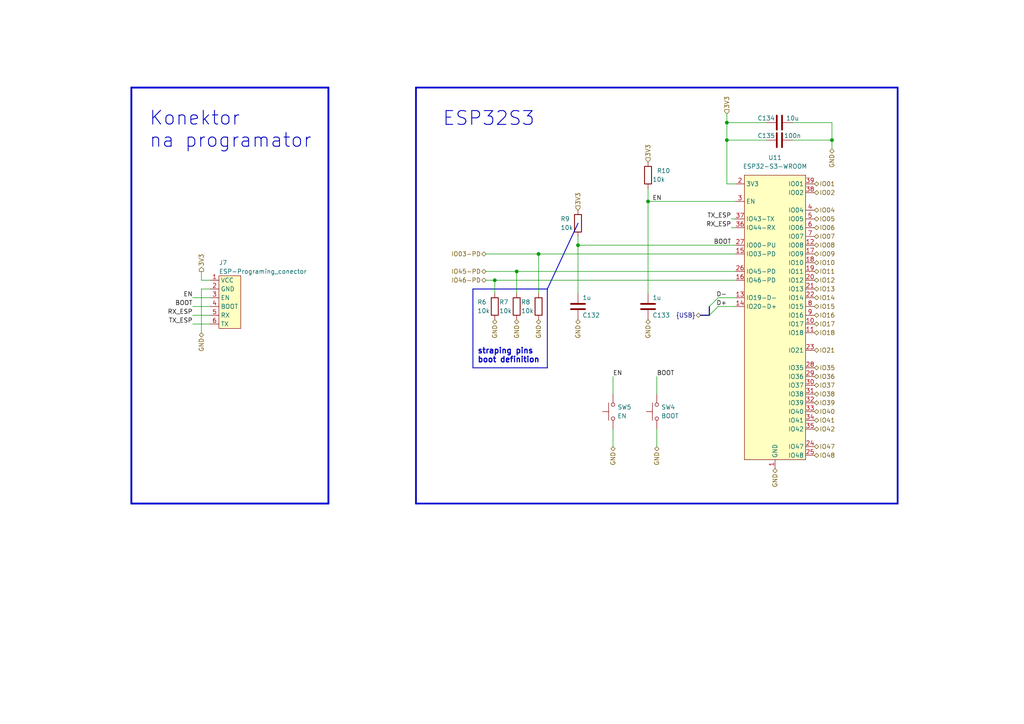
<source format=kicad_sch>
(kicad_sch (version 20250114) (generator "eeschema") (generator_version "9.0")
  (paper "A4")
  (lib_symbols
    (symbol "Device:C" (pin_numbers (hide yes)) (pin_names (offset 0.254))
      (property "Reference" "C" (at 0.635 2.54 0))
      (property "Value" "C" (at 0.635 -2.54 0))
      (symbol "C_0_1"
        (polyline (pts (xy -2.032 0.762) (xy 2.032 0.762)) (stroke (width 0.508)))
        (polyline (pts (xy -2.032 -0.762) (xy 2.032 -0.762)) (stroke (width 0.508)))
      )
      (symbol "C_1_1"
        (pin passive line (at 0 3.81 270) (length 2.794) (name "~") (number "1"))
        (pin passive line (at 0 -3.81 90) (length 2.794) (name "~") (number "2"))
      )
    )
    (symbol "Device:R" (pin_numbers (hide yes)) (pin_names (offset 0))
      (property "Reference" "R" (at 2.032 0 90))
      (property "Value" "R" (at 0 0 90))
      (symbol "R_0_1"
        (rectangle (start -1.016 -2.54) (end 1.016 2.54) (stroke (width 0.254)))
      )
      (symbol "R_1_1"
        (pin passive line (at 0 3.81 270) (length 1.27) (name "~") (number "1"))
        (pin passive line (at 0 -3.81 90) (length 1.27) (name "~") (number "2"))
      )
    )
    (symbol "RKL-ESP:ESP-Programing_conector"
      (property "Reference" "J" (at 0 6.35 0))
      (property "Value" "ESP-Programing_conector" (at 0 3.81 0))
      (symbol "ESP-Programing_conector_0_1"
        (rectangle (start -2.54 1.27) (end 3.81 -13.97) (fill (type background)))
      )
      (symbol "ESP-Programing_conector_1_1"
        (pin power_in line (at -5.08 0 0) (length 2.54) (name "VCC") (number "1"))
        (pin power_in line (at -5.08 -2.54 0) (length 2.54) (name "GND") (number "2"))
        (pin input line (at -5.08 -5.08 0) (length 2.54) (name "EN") (number "3"))
        (pin input line (at -5.08 -7.62 0) (length 2.54) (name "BOOT") (number "4"))
        (pin input line (at -5.08 -10.16 0) (length 2.54) (name "RX") (number "5"))
        (pin output line (at -5.08 -12.7 0) (length 2.54) (name "TX") (number "6"))
      )
    )
    (symbol "RKL-ESP:ESP32-S3-WROOM"
      (property "Reference" "U" (at 0 5.08 0))
      (property "Value" "ESP32-S3-WROOM" (at 0 2.54 0))
      (symbol "ESP32-S3-WROOM_0_1"
        (rectangle (start -8.89 0) (end 8.89 -82.55) (fill (type background)))
      )
      (symbol "ESP32-S3-WROOM_1_1"
        (pin power_in line (at -11.43 -2.54 0) (length 2.54) (name "3V3") (number "2"))
        (pin input line (at -11.43 -7.62 0) (length 2.54) (name "EN") (number "3"))
        (pin bidirectional line (at -11.43 -12.7 0) (length 2.54) (name "IO43-TX") (number "37"))
        (pin bidirectional line (at -11.43 -15.24 0) (length 2.54) (name "IO44-RX") (number "36"))
        (pin bidirectional line (at -11.43 -20.32 0) (length 2.54) (name "IO00-PU") (number "27"))
        (pin bidirectional line (at -11.43 -22.86 0) (length 2.54) (name "IO03-PD") (number "15"))
        (pin bidirectional line (at -11.43 -27.94 0) (length 2.54) (name "IO45-PD") (number "26"))
        (pin bidirectional line (at -11.43 -30.48 0) (length 2.54) (name "IO46-PD") (number "16"))
        (pin bidirectional line (at -11.43 -35.56 0) (length 2.54) (name "IO19-D-") (number "13"))
        (pin bidirectional line (at -11.43 -38.1 0) (length 2.54) (name "IO20-D+") (number "14"))
        (pin power_in line (at 0 -85.09 90) (length 2.54) (name "GND") (number "1"))
        (pin passive line (at 0 -85.09 90) (length 2.54) (hide yes) (name "GND") (number "40"))
        (pin passive line (at 0 -85.09 90) (length 2.54) (hide yes) (name "GND") (number "41"))
        (pin bidirectional line (at 11.43 -2.54 180) (length 2.54) (name "IO01") (number "39"))
        (pin bidirectional line (at 11.43 -5.08 180) (length 2.54) (name "IO02") (number "38"))
        (pin bidirectional line (at 11.43 -10.16 180) (length 2.54) (name "IO04") (number "4"))
        (pin bidirectional line (at 11.43 -12.7 180) (length 2.54) (name "IO05") (number "5"))
        (pin bidirectional line (at 11.43 -15.24 180) (length 2.54) (name "IO06") (number "6"))
        (pin bidirectional line (at 11.43 -17.78 180) (length 2.54) (name "IO07") (number "7"))
        (pin bidirectional line (at 11.43 -20.32 180) (length 2.54) (name "IO08") (number "12"))
        (pin bidirectional line (at 11.43 -22.86 180) (length 2.54) (name "IO09") (number "17"))
        (pin bidirectional line (at 11.43 -25.4 180) (length 2.54) (name "IO10") (number "18"))
        (pin bidirectional line (at 11.43 -27.94 180) (length 2.54) (name "IO11") (number "19"))
        (pin bidirectional line (at 11.43 -30.48 180) (length 2.54) (name "IO12") (number "20"))
        (pin bidirectional line (at 11.43 -33.02 180) (length 2.54) (name "IO13") (number "21"))
        (pin bidirectional line (at 11.43 -35.56 180) (length 2.54) (name "IO14") (number "22"))
        (pin bidirectional line (at 11.43 -38.1 180) (length 2.54) (name "IO15") (number "8"))
        (pin bidirectional line (at 11.43 -40.64 180) (length 2.54) (name "IO16") (number "9"))
        (pin bidirectional line (at 11.43 -43.18 180) (length 2.54) (name "IO17") (number "10"))
        (pin bidirectional line (at 11.43 -45.72 180) (length 2.54) (name "IO18") (number "11"))
        (pin bidirectional line (at 11.43 -50.8 180) (length 2.54) (name "IO21") (number "23"))
        (pin bidirectional line (at 11.43 -55.88 180) (length 2.54) (name "IO35") (number "28"))
        (pin bidirectional line (at 11.43 -58.42 180) (length 2.54) (name "IO36") (number "29"))
        (pin bidirectional line (at 11.43 -60.96 180) (length 2.54) (name "IO37") (number "30"))
        (pin bidirectional line (at 11.43 -63.5 180) (length 2.54) (name "IO38") (number "31"))
        (pin bidirectional line (at 11.43 -66.04 180) (length 2.54) (name "IO39") (number "32"))
        (pin bidirectional line (at 11.43 -68.58 180) (length 2.54) (name "IO40") (number "33"))
        (pin bidirectional line (at 11.43 -71.12 180) (length 2.54) (name "IO41") (number "34"))
        (pin bidirectional line (at 11.43 -73.66 180) (length 2.54) (name "IO42") (number "35"))
        (pin bidirectional line (at 11.43 -78.74 180) (length 2.54) (name "IO47") (number "24"))
        (pin bidirectional line (at 11.43 -81.28 180) (length 2.54) (name "IO48") (number "25"))
      )
    )
    (symbol "Switch:SW_Push" (pin_numbers (hide yes)) (pin_names (offset 1.016) (hide yes))
      (property "Reference" "SW" (at 1.27 2.54 0))
      (property "Value" "SW_Push" (at 0 -1.524 0))
      (symbol "SW_Push_0_1"
        (circle (center -2.032 0) (radius 0.508))
        (polyline (pts (xy 0 1.27) (xy 0 3.048)))
        (circle (center 2.032 0) (radius 0.508))
        (polyline (pts (xy 2.54 1.27) (xy -2.54 1.27)))
        (pin passive line (at -5.08 0 0) (length 2.54) (name "1") (number "1"))
        (pin passive line (at 5.08 0 180) (length 2.54) (name "2") (number "2"))
      )
    )
  )
  (text "Konektor \nna programator" (at 43.18 43.18 0) (effects (font (size 4 4) (thickness 0.254) (bold yes)) (justify left bottom)))
  (text "ESP32S3" (at 128.27 36.83 0) (effects (font (size 4 4) (thickness 0.254) (bold yes)) (justify left bottom)))
  (text "straping pins \nboot definition" (at 138.43 105.41 0) (effects (font (size 1.6 1.6) (thickness 0.32) (bold yes)) (justify left bottom)))
  (junction (at 143.51 81.28))
  (junction (at 167.64 71.12))
  (junction (at 241.3 40.64))
  (junction (at 156.21 73.66))
  (junction (at 187.96 58.42))
  (junction (at 210.82 40.64))
  (junction (at 210.82 35.56))
  (junction (at 149.86 78.74))
  (bus_entry (at 208.28 86.36) (size -2.54 2.54))
  (bus_entry (at 208.28 88.9) (size -2.54 2.54))
  (polyline (pts (xy 137.16 83.82) (xy 158.75 83.82)) (stroke (width 0.25)))
  (wire (pts (xy 156.21 73.66) (xy 213.36 73.66)))
  (wire (pts (xy 167.64 71.12) (xy 213.36 71.12)))
  (polyline (pts (xy 120.65 25.4) (xy 120.65 146.05)) (stroke (width 0.5)))
  (wire (pts (xy 143.51 81.28) (xy 213.36 81.28)))
  (polyline (pts (xy 260.35 25.4) (xy 260.35 146.05)) (stroke (width 0.5)))
  (wire (pts (xy 222.25 40.64) (xy 210.82 40.64)))
  (wire (pts (xy 177.8 124.46) (xy 177.8 129.54)))
  (wire (pts (xy 229.87 35.56) (xy 241.3 35.56)))
  (wire (pts (xy 210.82 33.02) (xy 210.82 35.56)))
  (wire (pts (xy 149.86 78.74) (xy 149.86 85.09)))
  (polyline (pts (xy 158.75 83.82) (xy 158.75 106.68)) (stroke (width 0.25)))
  (wire (pts (xy 187.96 58.42) (xy 213.36 58.42)))
  (polyline (pts (xy 137.16 83.82) (xy 137.16 106.68)) (stroke (width 0.25)))
  (wire (pts (xy 60.96 81.28) (xy 58.42 81.28)))
  (bus (pts (xy 205.74 91.44) (xy 203.2 91.44)))
  (wire (pts (xy 55.88 88.9) (xy 60.96 88.9)))
  (wire (pts (xy 140.97 78.74) (xy 149.86 78.74)))
  (polyline (pts (xy 167.64 64.77) (xy 167.64 64.77)))
  (wire (pts (xy 140.97 81.28) (xy 143.51 81.28)))
  (wire (pts (xy 213.36 63.5) (xy 212.09 63.5)))
  (polyline (pts (xy 38.1 146.05) (xy 38.1 25.4)) (stroke (width 0.53)))
  (wire (pts (xy 140.97 73.66) (xy 156.21 73.66)))
  (polyline (pts (xy 158.75 83.82) (xy 167.64 64.77)) (stroke (width 0.25)))
  (wire (pts (xy 167.64 71.12) (xy 167.64 85.09)))
  (wire (pts (xy 229.87 40.64) (xy 241.3 40.64)))
  (wire (pts (xy 241.3 35.56) (xy 241.3 40.64)))
  (bus (pts (xy 205.74 88.9) (xy 205.74 91.44)))
  (wire (pts (xy 143.51 81.28) (xy 143.51 85.09)))
  (wire (pts (xy 149.86 78.74) (xy 213.36 78.74)))
  (polyline (pts (xy 95.25 25.4) (xy 95.25 146.05)) (stroke (width 0.53)))
  (wire (pts (xy 58.42 81.28) (xy 58.42 78.74)))
  (wire (pts (xy 213.36 66.04) (xy 212.09 66.04)))
  (wire (pts (xy 167.64 68.58) (xy 167.64 71.12)))
  (wire (pts (xy 55.88 86.36) (xy 60.96 86.36)))
  (wire (pts (xy 208.28 86.36) (xy 213.36 86.36)))
  (wire (pts (xy 208.28 88.9) (xy 213.36 88.9)))
  (wire (pts (xy 187.96 54.61) (xy 187.96 58.42)))
  (polyline (pts (xy 158.75 106.68) (xy 137.16 106.68)) (stroke (width 0.25)))
  (wire (pts (xy 241.3 43.18) (xy 241.3 40.64)))
  (polyline (pts (xy 38.1 25.4) (xy 95.25 25.4)) (stroke (width 0.53)))
  (wire (pts (xy 222.25 35.56) (xy 210.82 35.56)))
  (polyline (pts (xy 120.65 146.05) (xy 260.35 146.05)) (stroke (width 0.5)))
  (wire (pts (xy 156.21 73.66) (xy 156.21 85.09)))
  (wire (pts (xy 210.82 53.34) (xy 213.36 53.34)))
  (wire (pts (xy 58.42 83.82) (xy 60.96 83.82)))
  (wire (pts (xy 187.96 58.42) (xy 187.96 85.09)))
  (polyline (pts (xy 95.25 146.05) (xy 38.1 146.05)) (stroke (width 0.53)))
  (wire (pts (xy 190.5 124.46) (xy 190.5 129.54)))
  (wire (pts (xy 55.88 91.44) (xy 60.96 91.44)))
  (wire (pts (xy 55.88 93.98) (xy 60.96 93.98)))
  (polyline (pts (xy 120.65 25.4) (xy 260.35 25.4)) (stroke (width 0.5)))
  (wire (pts (xy 190.5 109.22) (xy 190.5 114.3)))
  (wire (pts (xy 210.82 40.64) (xy 210.82 53.34)))
  (wire (pts (xy 177.8 109.22) (xy 177.8 114.3)))
  (wire (pts (xy 58.42 96.52) (xy 58.42 83.82)))
  (wire (pts (xy 210.82 35.56) (xy 210.82 40.64)))
  (label "TX_ESP" (at 212.09 63.5 180))
  (label "EN" (at 55.88 86.36 180))
  (label "TX_ESP" (at 55.88 93.98 180))
  (label "D-" (at 210.82 86.36 180))
  (label "RX_ESP" (at 55.88 91.44 180))
  (label "BOOT" (at 190.5 109.22 0))
  (label "D+" (at 210.82 88.9 180))
  (label "EN" (at 189.23 58.42 0))
  (label "BOOT" (at 55.88 88.9 180))
  (label "RX_ESP" (at 212.09 66.04 180))
  (label "BOOT" (at 212.09 71.12 180))
  (label "EN" (at 177.8 109.22 0))
  (hierarchical_label "GND" (shape bidirectional) (at 224.79 135.89 270))
  (hierarchical_label "IO46-PD" (shape bidirectional) (at 140.97 81.28 180))
  (hierarchical_label "GND" (shape bidirectional) (at 143.51 92.71 270))
  (hierarchical_label "IO37" (shape bidirectional) (at 236.22 111.76 0))
  (hierarchical_label "IO13" (shape bidirectional) (at 236.22 83.82 0))
  (hierarchical_label "IO03-PD" (shape bidirectional) (at 140.97 73.66 180))
  (hierarchical_label "IO42" (shape bidirectional) (at 236.22 124.46 0))
  (hierarchical_label "IO21" (shape bidirectional) (at 236.22 101.6 0))
  (hierarchical_label "GND" (shape bidirectional) (at 177.8 129.54 270))
  (hierarchical_label "GND" (shape bidirectional) (at 167.64 92.71 270))
  (hierarchical_label "IO16" (shape bidirectional) (at 236.22 91.44 0))
  (hierarchical_label "IO39" (shape bidirectional) (at 236.22 116.84 0))
  (hierarchical_label "IO15" (shape bidirectional) (at 236.22 88.9 0))
  (hierarchical_label "IO36" (shape bidirectional) (at 236.22 109.22 0))
  (hierarchical_label "3V3" (shape input) (at 167.64 60.96 90))
  (hierarchical_label "GND" (shape bidirectional) (at 190.5 129.54 270))
  (hierarchical_label "IO04" (shape bidirectional) (at 236.22 60.96 0))
  (hierarchical_label "IO40" (shape bidirectional) (at 236.22 119.38 0))
  (hierarchical_label "IO41" (shape bidirectional) (at 236.22 121.92 0))
  (hierarchical_label "GND" (shape bidirectional) (at 187.96 92.71 270))
  (hierarchical_label "IO11" (shape bidirectional) (at 236.22 78.74 0))
  (hierarchical_label "IO01" (shape bidirectional) (at 236.22 53.34 0))
  (hierarchical_label "IO05" (shape bidirectional) (at 236.22 63.5 0))
  (hierarchical_label "IO02" (shape bidirectional) (at 236.22 55.88 0))
  (hierarchical_label "IO06" (shape bidirectional) (at 236.22 66.04 0))
  (hierarchical_label "IO10" (shape bidirectional) (at 236.22 76.2 0))
  (hierarchical_label "IO07" (shape bidirectional) (at 236.22 68.58 0))
  (hierarchical_label "IO17" (shape bidirectional) (at 236.22 93.98 0))
  (hierarchical_label "GND" (shape bidirectional) (at 156.21 92.71 270))
  (hierarchical_label "GND" (shape bidirectional) (at 241.3 43.18 270))
  (hierarchical_label "IO12" (shape bidirectional) (at 236.22 81.28 0))
  (hierarchical_label "IO38" (shape bidirectional) (at 236.22 114.3 0))
  (hierarchical_label "{USB}" (shape bidirectional) (at 203.2 91.44 180))
  (hierarchical_label "IO09" (shape bidirectional) (at 236.22 73.66 0))
  (hierarchical_label "GND" (shape bidirectional) (at 149.86 92.71 270))
  (hierarchical_label "IO47" (shape bidirectional) (at 236.22 129.54 0))
  (hierarchical_label "IO35" (shape bidirectional) (at 236.22 106.68 0))
  (hierarchical_label "3V3" (shape input) (at 187.96 46.99 90))
  (hierarchical_label "IO45-PD" (shape bidirectional) (at 140.97 78.74 180))
  (hierarchical_label "IO08" (shape bidirectional) (at 236.22 71.12 0))
  (hierarchical_label "IO18" (shape bidirectional) (at 236.22 96.52 0))
  (hierarchical_label "IO48" (shape bidirectional) (at 236.22 132.08 0))
  (hierarchical_label "3V3" (shape output) (at 58.42 78.74 90))
  (hierarchical_label "3V3" (shape input) (at 210.82 33.02 90))
  (hierarchical_label "IO14" (shape bidirectional) (at 236.22 86.36 0))
  (hierarchical_label "GND" (shape bidirectional) (at 58.42 96.52 270))
  (symbol (lib_id "Device:C") (at 187.96 88.9 0) (mirror y) (unit 1)
    (property "Reference" "C133" (at 189.23 91.44 0) (effects (justify right)))
    (property "Value" "1u" (at 189.23 86.36 0) (effects (justify right)))
    (property "Footprint" "Capacitor_SMD:C_0402_1005Metric" (effects (hide yes)))
    (property "LCSC" "C1518208" (effects (hide yes)))
    (property "JLCPCB_CORRECTION" "0;0;0" (effects (hide yes)))
    (property "Basic/Extended" "E" (effects (hide yes)))
    (property "info" "50V, X5R (potenciálně C52923 což je 25V, X5R )" (effects (hide yes)))
    (instances (project "ZakladniElektronika" (path "" (reference "C133") (unit 1))) (project "RB3203" (path "" (reference "C?") (unit 1))))
  )
  (symbol (lib_id "Device:C") (at 226.06 35.56 270) (unit 1)
    (property "Reference" "C134" (at 222.25 34.29 90))
    (property "Value" "10u" (at 229.87 34.29 90))
    (property "Footprint" "Capacitor_SMD:C_0603_1608Metric" (effects (hide yes)))
    (property "LCSC" "C96446" (effects (hide yes)))
    (property "Basic/Extended" "B" (effects (hide yes)))
    (property "info" "25V, X5R" (effects (hide yes)))
    (instances (project "ZakladniElektronika" (path "" (reference "C134") (unit 1))) (project "RB3203" (path "" (reference "C?") (unit 1))))
  )
  (symbol (lib_id "Device:R") (at 167.64 64.77 0) (unit 1)
    (property "Reference" "R9" (at 162.56 63.5 0) (effects (justify left)))
    (property "Value" "10k" (at 162.56 66.04 0) (effects (justify left)))
    (property "Footprint" "Resistor_SMD:R_0402_1005Metric" (effects (hide yes)))
    (property "LCSC" "C25744" (effects (hide yes)))
    (property "JLCPCB_CORRECTION" "0;0;0" (effects (hide yes)))
    (property "Basic/Extended" "B" (effects (hide yes)))
    (instances (project "ZakladniElektronika" (path "" (reference "R9") (unit 1))) (project "RB3203" (path "" (reference "R?") (unit 1))))
  )
  (symbol (lib_id "RKL-ESP:ESP32-S3-WROOM") (at 224.79 50.8 0) (unit 1)
    (property "Reference" "U11" (at 224.79 45.72 0))
    (property "Value" "ESP32-S3-WROOM" (at 224.79 48.26 0))
    (property "Footprint" "RKL-ESP:ESP32-S3-WROOM" (effects (hide yes)))
    (property "Datasheet" "https://www.espressif.com/sites/default/files/documentation/esp32-s3-wroom-1_wroom-1u_datasheet_en.pdf" (effects (hide yes)))
    (property "LCSC" "C2913202" (effects (hide yes)))
    (property "Basic/Extended" "E" (effects (hide yes)))
    (property "info" "ESP32-S3-WROOM-1-N16R8" (effects (hide yes)))
    (property "JLCPCB_CORRECTION" "0;8.89;0" (effects (hide yes)))
  )
  (symbol (lib_id "Device:R") (at 187.96 50.8 0) (unit 1)
    (property "Reference" "R10" (at 190.5 49.53 0) (effects (justify left)))
    (property "Value" "10k" (at 189.23 52.07 0) (effects (justify left)))
    (property "Footprint" "Resistor_SMD:R_0402_1005Metric" (effects (hide yes)))
    (property "LCSC" "C25744" (effects (hide yes)))
    (property "JLCPCB_CORRECTION" "0;0;0" (effects (hide yes)))
    (property "Basic/Extended" "B" (effects (hide yes)))
    (instances (project "ZakladniElektronika" (path "" (reference "R10") (unit 1))) (project "RB3203" (path "" (reference "R?") (unit 1))))
  )
  (symbol (lib_id "Device:R") (at 149.86 88.9 0) (unit 1)
    (property "Reference" "R7" (at 144.78 87.63 0) (effects (justify left)))
    (property "Value" "10k" (at 144.78 90.17 0) (effects (justify left)))
    (property "Footprint" "Resistor_SMD:R_0402_1005Metric" (effects (hide yes)))
    (property "LCSC" "C25744" (effects (hide yes)))
    (property "JLCPCB_CORRECTION" "0;0;0" (effects (hide yes)))
    (property "Basic/Extended" "B" (effects (hide yes)))
    (instances (project "ZakladniElektronika" (path "" (reference "R7") (unit 1))) (project "RB3203" (path "" (reference "R?") (unit 1))))
  )
  (symbol (lib_id "Device:R") (at 156.21 88.9 0) (unit 1)
    (property "Reference" "R8" (at 151.13 87.63 0) (effects (justify left)))
    (property "Value" "10k" (at 151.13 90.17 0) (effects (justify left)))
    (property "Footprint" "Resistor_SMD:R_0402_1005Metric" (effects (hide yes)))
    (property "LCSC" "C25744" (effects (hide yes)))
    (property "JLCPCB_CORRECTION" "0;0;0" (effects (hide yes)))
    (property "Basic/Extended" "B" (effects (hide yes)))
    (instances (project "ZakladniElektronika" (path "" (reference "R8") (unit 1))) (project "RB3203" (path "" (reference "R?") (unit 1))))
  )
  (symbol (lib_id "Switch:SW_Push") (at 177.8 119.38 90) (unit 1)
    (property "Reference" "SW5" (at 179.07 118.11 90) (effects (justify right)))
    (property "Value" "EN" (at 179.07 120.65 90) (effects (justify right)))
    (property "Footprint" "RLK-ElectorMechanicalComponents:TCF2QR" (effects (hide yes)))
    (property "Basic/Extended" "E" (effects (hide yes)))
    (property "LCSC" "C495937" (effects (hide yes)))
  )
  (symbol (lib_id "RKL-ESP:ESP-Programing_conector") (at 66.04 81.28 0) (unit 1)
    (property "Reference" "J7" (at 63.5 76.2 0) (effects (justify left)))
    (property "Value" "ESP-Programing_conector" (at 63.5 78.74 0) (effects (justify left)))
    (property "Footprint" "RKL-ESP:ESP-Programing_conector" (effects (hide yes)))
    (property "JLCPCB_IGNORE" "ignore" (effects (hide yes)))
  )
  (symbol (lib_id "Switch:SW_Push") (at 190.5 119.38 90) (unit 1)
    (property "Reference" "SW4" (at 191.77 118.11 90) (effects (justify right)))
    (property "Value" "BOOT" (at 191.77 120.65 90) (effects (justify right)))
    (property "Footprint" "RLK-ElectorMechanicalComponents:TCF2QR" (effects (hide yes)))
    (property "Basic/Extended" "E" (effects (hide yes)))
    (property "LCSC" "C495937" (effects (hide yes)))
  )
  (symbol (lib_id "Device:C") (at 167.64 88.9 0) (mirror y) (unit 1)
    (property "Reference" "C132" (at 168.91 91.44 0) (effects (justify right)))
    (property "Value" "1u" (at 168.91 86.36 0) (effects (justify right)))
    (property "Footprint" "Capacitor_SMD:C_0402_1005Metric" (effects (hide yes)))
    (property "LCSC" "C1518208" (effects (hide yes)))
    (property "JLCPCB_CORRECTION" "0;0;0" (effects (hide yes)))
    (property "Basic/Extended" "E" (effects (hide yes)))
    (property "info" "50V, X5R (potenciálně C52923 což je 25V, X5R )" (effects (hide yes)))
    (instances (project "ZakladniElektronika" (path "" (reference "C132") (unit 1))) (project "RB3203" (path "" (reference "C?") (unit 1))))
  )
  (symbol (lib_id "Device:R") (at 143.51 88.9 0) (unit 1)
    (property "Reference" "R6" (at 138.43 87.63 0) (effects (justify left)))
    (property "Value" "10k" (at 138.43 90.17 0) (effects (justify left)))
    (property "Footprint" "Resistor_SMD:R_0402_1005Metric" (effects (hide yes)))
    (property "LCSC" "C25744" (effects (hide yes)))
    (property "JLCPCB_CORRECTION" "0;0;0" (effects (hide yes)))
    (property "Basic/Extended" "B" (effects (hide yes)))
    (instances (project "ZakladniElektronika" (path "" (reference "R6") (unit 1))) (project "RB3203" (path "" (reference "R?") (unit 1))))
  )
  (symbol (lib_id "Device:C") (at 226.06 40.64 270) (unit 1)
    (property "Reference" "C135" (at 222.25 39.37 90))
    (property "Value" "100n" (at 229.87 39.37 90))
    (property "Footprint" "Capacitor_SMD:C_0402_1005Metric" (effects (hide yes)))
    (property "LCSC" "C307331" (effects (hide yes)))
    (property "Basic/Extended" "B" (effects (hide yes)))
    (property "info" "50V, X7R" (effects (hide yes)))
    (instances (project "ZakladniElektronika" (path "" (reference "C135") (unit 1))) (project "RB3203" (path "" (reference "C?") (unit 1))))
  )
)
</source>
